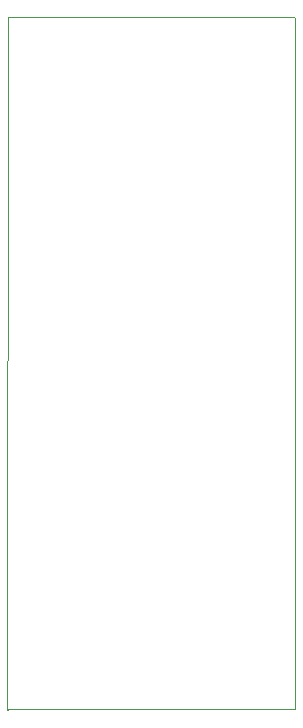
<source format=gbr>
G04*
G04 #@! TF.GenerationSoftware,Altium Limited,Altium Designer,23.1.1 (15)*
G04*
G04 Layer_Color=0*
%FSLAX25Y25*%
%MOIN*%
G70*
G04*
G04 #@! TF.SameCoordinates,7F6F0EF6-604E-4872-8498-859B9B4CD440*
G04*
G04*
G04 #@! TF.FilePolarity,Positive*
G04*
G01*
G75*
%ADD45C,0.00100*%
D45*
X127800Y2400D02*
X128400Y3000D01*
X223800D01*
Y233300D01*
X223500Y233600D01*
X217800D01*
X128100D01*
X127800Y2400D01*
M02*

</source>
